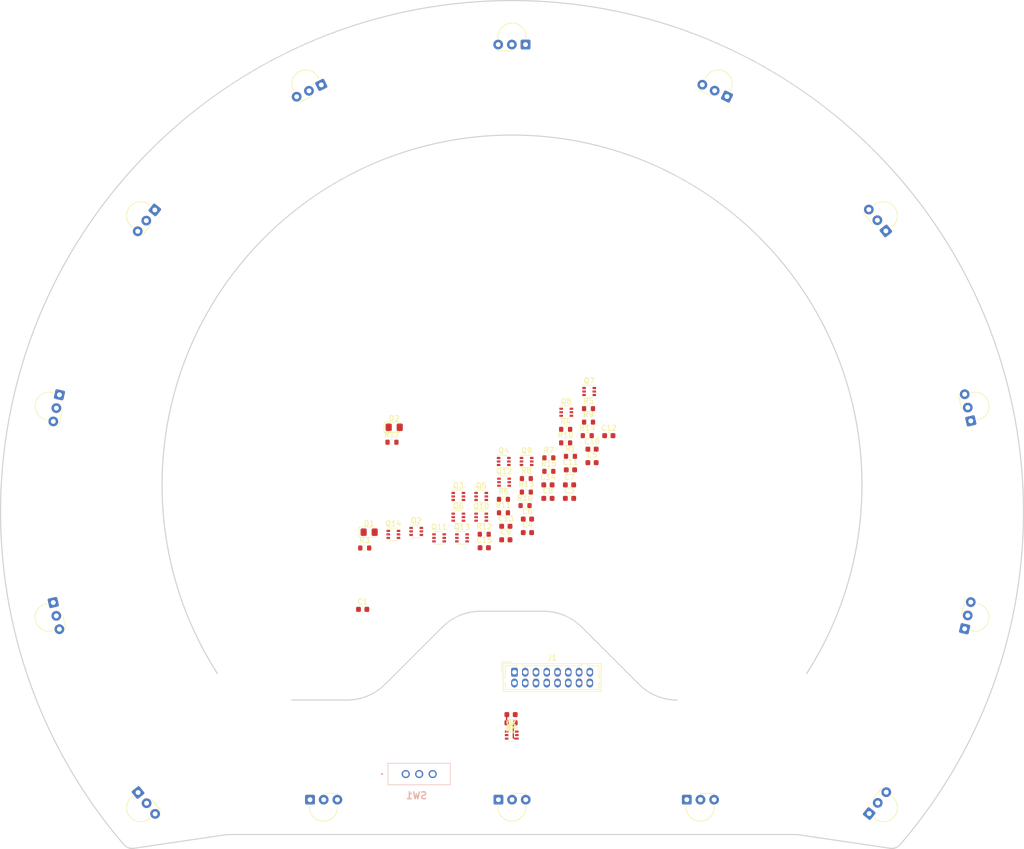
<source format=kicad_pcb>
(kicad_pcb (version 20211014) (generator pcbnew)
  (layers (0 "F.Cu" signal) (31 "B.Cu" signal) (34 "B.Paste" user) (35 "F.Paste" user) (36 "B.SilkS" user "B.Silkscreen") (37 "F.SilkS" user "F.Silkscreen") (38 "B.Mask" user) (39 "F.Mask" user) (44 "Edge.Cuts" user))
  (net 0 "")
  (net 1 "GND")
  (net 2 "+3V3")
  (net 3 "Net-(C2-Pad2)")
  (net 4 "Net-(C3-Pad2)")
  (net 5 "Net-(C4-Pad2)")
  (net 6 "Net-(C5-Pad2)")
  (net 7 "Net-(C6-Pad2)")
  (net 8 "Net-(C7-Pad2)")
  (net 9 "Net-(C8-Pad2)")
  (net 10 "Net-(C9-Pad2)")
  (net 11 "Net-(C10-Pad2)")
  (net 12 "Net-(C11-Pad2)")
  (net 13 "Net-(C12-Pad2)")
  (net 14 "Net-(C13-Pad2)")
  (net 15 "Net-(C14-Pad2)")
  (net 16 "Net-(C15-Pad2)")
  (net 17 "Net-(D1-Pad2)")
  (net 18 "Net-(D2-Pad2)")
  (net 19 "Net-(Q1-Pad3)")
  (net 20 "B")
  (net 21 "A")
  (net 22 "Net-(Q1-Pad4)")
  (net 23 "Net-(Q2-Pad3)")
  (net 24 "Net-(Q2-Pad4)")
  (net 25 "Net-(Q3-Pad3)")
  (net 26 "Net-(Q3-Pad4)")
  (net 27 "Net-(Q4-Pad3)")
  (net 28 "Net-(Q4-Pad4)")
  (net 29 "Net-(Q5-Pad3)")
  (net 30 "Net-(Q5-Pad4)")
  (net 31 "Net-(Q6-Pad3)")
  (net 32 "Net-(Q6-Pad4)")
  (net 33 "Net-(Q7-Pad3)")
  (net 34 "Net-(Q7-Pad4)")
  (net 35 "Net-(Q8-Pad3)")
  (net 36 "Net-(Q8-Pad4)")
  (net 37 "Net-(Q9-Pad3)")
  (net 38 "Net-(Q9-Pad4)")
  (net 39 "Net-(Q10-Pad3)")
  (net 40 "Net-(Q10-Pad4)")
  (net 41 "Net-(Q11-Pad3)")
  (net 42 "Net-(Q11-Pad4)")
  (net 43 "Net-(Q12-Pad3)")
  (net 44 "Net-(Q12-Pad4)")
  (net 45 "Net-(Q13-Pad3)")
  (net 46 "Net-(Q13-Pad4)")
  (net 47 "Net-(Q14-Pad3)")
  (net 48 "Net-(Q14-Pad4)")
  (footprint "Capacitor_SMD:C_0603_1608Metric" (layer "F.Cu") (at 123.698 128.016)
    (fp_text reference "C1" (at 0 -1.43) (layer "F.SilkS"))
    (fp_text value "47n")
    (pad "1" smd roundrect locked (at -0.775 0) (size 0.9 0.95) (layers "F.Cu" "F.Paste" "F.Mask") (net 2 "+3V3"))
    (pad "2" smd roundrect locked (at 0.775 0) (size 0.9 0.95) (layers "F.Cu" "F.Paste" "F.Mask") (net 1 "GND"))
  )
  (footprint "Capacitor_SMD:C_0603_1608Metric" (layer "F.Cu") (at 151.257 147.574 180)
    (fp_text reference "C2" (at 0 -1.43) (layer "F.SilkS"))
    (fp_text value "220n")
    (pad "1" smd roundrect locked (at -0.775 0 180) (size 0.9 0.95) (layers "F.Cu" "F.Paste" "F.Mask") (net 1 "GND"))
    (pad "2" smd roundrect locked (at 0.775 0 180) (size 0.9 0.95) (layers "F.Cu" "F.Paste" "F.Mask") (net 3 "Net-(C2-Pad2)"))
  )
  (footprint "Capacitor_SMD:C_0603_1608Metric" (layer "F.Cu") (at 162.119001 107.391001)
    (fp_text reference "C3" (at 0 -1.43) (layer "F.SilkS"))
    (fp_text value "220n")
    (pad "1" smd roundrect locked (at -0.775 0) (size 0.9 0.95) (layers "F.Cu" "F.Paste" "F.Mask") (net 1 "GND"))
    (pad "2" smd roundrect locked (at 0.775 0) (size 0.9 0.95) (layers "F.Cu" "F.Paste" "F.Mask") (net 4 "Net-(C3-Pad2)"))
  )
  (footprint "Capacitor_SMD:C_0603_1608Metric" (layer "F.Cu") (at 154.299001 113.751001)
    (fp_text reference "C4" (at 0 -1.43) (layer "F.SilkS"))
    (fp_text value "220n")
    (pad "1" smd roundrect locked (at -0.775 0) (size 0.9 0.95) (layers "F.Cu" "F.Paste" "F.Mask") (net 1 "GND"))
    (pad "2" smd roundrect locked (at 0.775 0) (size 0.9 0.95) (layers "F.Cu" "F.Paste" "F.Mask") (net 5 "Net-(C4-Pad2)"))
  )
  (footprint "Capacitor_SMD:C_0603_1608Metric" (layer "F.Cu") (at 166.299001 100.751001)
    (fp_text reference "C5" (at 0 -1.43) (layer "F.SilkS"))
    (fp_text value "220n")
    (pad "1" smd roundrect locked (at -0.775 0) (size 0.9 0.95) (layers "F.Cu" "F.Paste" "F.Mask") (net 1 "GND"))
    (pad "2" smd roundrect locked (at 0.775 0) (size 0.9 0.95) (layers "F.Cu" "F.Paste" "F.Mask") (net 6 "Net-(C5-Pad2)"))
  )
  (footprint "Capacitor_SMD:C_0603_1608Metric" (layer "F.Cu") (at 154.299001 111.241001)
    (fp_text reference "C6" (at 0 -1.43) (layer "F.SilkS"))
    (fp_text value "220n")
    (pad "1" smd roundrect locked (at -0.775 0) (size 0.9 0.95) (layers "F.Cu" "F.Paste" "F.Mask") (net 1 "GND"))
    (pad "2" smd roundrect locked (at 0.775 0) (size 0.9 0.95) (layers "F.Cu" "F.Paste" "F.Mask") (net 7 "Net-(C6-Pad2)"))
  )
  (footprint "Capacitor_SMD:C_0603_1608Metric" (layer "F.Cu") (at 162.119001 104.881001)
    (fp_text reference "C7" (at 0 -1.43) (layer "F.SilkS"))
    (fp_text value "220n")
    (pad "1" smd roundrect locked (at -0.775 0) (size 0.9 0.95) (layers "F.Cu" "F.Paste" "F.Mask") (net 1 "GND"))
    (pad "2" smd roundrect locked (at 0.775 0) (size 0.9 0.95) (layers "F.Cu" "F.Paste" "F.Mask") (net 8 "Net-(C7-Pad2)"))
  )
  (footprint "Capacitor_SMD:C_0603_1608Metric" (layer "F.Cu") (at 158.109001 107.391001)
    (fp_text reference "C8" (at 0 -1.43) (layer "F.SilkS"))
    (fp_text value "220n")
    (pad "1" smd roundrect locked (at -0.775 0) (size 0.9 0.95) (layers "F.Cu" "F.Paste" "F.Mask") (net 1 "GND"))
    (pad "2" smd roundrect locked (at 0.775 0) (size 0.9 0.95) (layers "F.Cu" "F.Paste" "F.Mask") (net 9 "Net-(C8-Pad2)"))
  )
  (footprint "Capacitor_SMD:C_0603_1608Metric" (layer "F.Cu") (at 150.289001 115.091001)
    (fp_text reference "C9" (at 0 -1.43) (layer "F.SilkS"))
    (fp_text value "220n")
    (pad "1" smd roundrect locked (at -0.775 0) (size 0.9 0.95) (layers "F.Cu" "F.Paste" "F.Mask") (net 1 "GND"))
    (pad "2" smd roundrect locked (at 0.775 0) (size 0.9 0.95) (layers "F.Cu" "F.Paste" "F.Mask") (net 10 "Net-(C9-Pad2)"))
  )
  (footprint "Capacitor_SMD:C_0603_1608Metric" (layer "F.Cu") (at 166.299001 98.241001)
    (fp_text reference "C10" (at 0 -1.43) (layer "F.SilkS"))
    (fp_text value "220n")
    (pad "1" smd roundrect locked (at -0.775 0) (size 0.9 0.95) (layers "F.Cu" "F.Paste" "F.Mask") (net 1 "GND"))
    (pad "2" smd roundrect locked (at 0.775 0) (size 0.9 0.95) (layers "F.Cu" "F.Paste" "F.Mask") (net 11 "Net-(C10-Pad2)"))
  )
  (footprint "Capacitor_SMD:C_0603_1608Metric" (layer "F.Cu") (at 162.289001 102.091001)
    (fp_text reference "C11" (at 0 -1.43) (layer "F.SilkS"))
    (fp_text value "220n")
    (pad "1" smd roundrect locked (at -0.775 0) (size 0.9 0.95) (layers "F.Cu" "F.Paste" "F.Mask") (net 1 "GND"))
    (pad "2" smd roundrect locked (at 0.775 0) (size 0.9 0.95) (layers "F.Cu" "F.Paste" "F.Mask") (net 12 "Net-(C11-Pad2)"))
  )
  (footprint "Capacitor_SMD:C_0603_1608Metric" (layer "F.Cu") (at 169.419001 95.731001)
    (fp_text reference "C12" (at 0 -1.43) (layer "F.SilkS"))
    (fp_text value "220n")
    (pad "1" smd roundrect locked (at -0.775 0) (size 0.9 0.95) (layers "F.Cu" "F.Paste" "F.Mask") (net 1 "GND"))
    (pad "2" smd roundrect locked (at 0.775 0) (size 0.9 0.95) (layers "F.Cu" "F.Paste" "F.Mask") (net 13 "Net-(C12-Pad2)"))
  )
  (footprint "Capacitor_SMD:C_0603_1608Metric" (layer "F.Cu") (at 150.289001 112.581001)
    (fp_text reference "C13" (at 0 -1.43) (layer "F.SilkS"))
    (fp_text value "220n")
    (pad "1" smd roundrect locked (at -0.775 0) (size 0.9 0.95) (layers "F.Cu" "F.Paste" "F.Mask") (net 1 "GND"))
    (pad "2" smd roundrect locked (at 0.775 0) (size 0.9 0.95) (layers "F.Cu" "F.Paste" "F.Mask") (net 14 "Net-(C13-Pad2)"))
  )
  (footprint "Capacitor_SMD:C_0603_1608Metric" (layer "F.Cu") (at 158.109001 104.881001)
    (fp_text reference "C14" (at 0 -1.43) (layer "F.SilkS"))
    (fp_text value "220n")
    (pad "1" smd roundrect locked (at -0.775 0) (size 0.9 0.95) (layers "F.Cu" "F.Paste" "F.Mask") (net 1 "GND"))
    (pad "2" smd roundrect locked (at 0.775 0) (size 0.9 0.95) (layers "F.Cu" "F.Paste" "F.Mask") (net 15 "Net-(C14-Pad2)"))
  )
  (footprint "Capacitor_SMD:C_0603_1608Metric" (layer "F.Cu") (at 146.279001 116.571001)
    (fp_text reference "C15" (at 0 -1.43) (layer "F.SilkS"))
    (fp_text value "220n")
    (pad "1" smd roundrect locked (at -0.775 0) (size 0.9 0.95) (layers "F.Cu" "F.Paste" "F.Mask") (net 1 "GND"))
    (pad "2" smd roundrect locked (at 0.775 0) (size 0.9 0.95) (layers "F.Cu" "F.Paste" "F.Mask") (net 16 "Net-(C15-Pad2)"))
  )
  (footprint "LED_SMD:LED_0805_2012Metric_Pad1.15x1.40mm_HandSolder" (layer "F.Cu") (at 124.904001 113.676001)
    (fp_text reference "D1" (at 0 -1.65) (layer "F.SilkS"))
    (fp_text value "B")
    (pad "1" smd roundrect locked (at -1.025 0) (size 1.15 1.4) (layers "F.Cu" "F.Paste" "F.Mask") (roundrect_rratio 0.217391) (net 1 "GND"))
    (pad "2" smd roundrect locked (at 1.025 0) (size 1.15 1.4) (layers "F.Cu" "F.Paste" "F.Mask") (roundrect_rratio 0.217391) (net 17 "Net-(D1-Pad2)"))
  )
  (footprint "LED_SMD:LED_0805_2012Metric_Pad1.15x1.40mm_HandSolder" (layer "F.Cu") (at 129.554001 94.176001)
    (fp_text reference "D2" (at 0 -1.65) (layer "F.SilkS"))
    (fp_text value "A")
    (pad "1" smd roundrect locked (at -1.025 0) (size 1.15 1.4) (layers "F.Cu" "F.Paste" "F.Mask") (roundrect_rratio 0.217391) (net 1 "GND"))
    (pad "2" smd roundrect locked (at 1.025 0) (size 1.15 1.4) (layers "F.Cu" "F.Paste" "F.Mask") (roundrect_rratio 0.217391) (net 18 "Net-(D2-Pad2)"))
  )
  (footprint "Connector_Hirose:Hirose_DF11-16DP-2DSA_2x08_P2.00mm_Vertical" (layer "F.Cu") (at 151.892 139.7)
    (fp_text reference "J1" (at 7 -2.7) (layer "F.SilkS"))
    (fp_text value "Conn_02x08_Top_Bottom")
    (pad "1" thru_hole roundrect locked (at 0 0) (size 1.2 1.65) (drill 0.85) (layers *.Cu *.Mask) (roundrect_rratio 0.208333) (net 1 "GND"))
    (pad "2" thru_hole oval locked (at 0 2) (size 1.2 1.65) (drill 0.85) (layers *.Cu *.Mask) (net 3 "Net-(C2-Pad2)"))
    (pad "3" thru_hole oval locked (at 2 0) (size 1.2 1.65) (drill 0.85) (layers *.Cu *.Mask) (net 5 "Net-(C4-Pad2)"))
    (pad "4" thru_hole oval locked (at 2 2) (size 1.2 1.65) (drill 0.85) (layers *.Cu *.Mask) (net 7 "Net-(C6-Pad2)"))
    (pad "5" thru_hole oval locked (at 4 0) (size 1.2 1.65) (drill 0.85) (layers *.Cu *.Mask) (net 9 "Net-(C8-Pad2)"))
    (pad "6" thru_hole oval locked (at 4 2) (size 1.2 1.65) (drill 0.85) (layers *.Cu *.Mask) (net 12 "Net-(C11-Pad2)"))
    (pad "7" thru_hole oval locked (at 6 0) (size 1.2 1.65) (drill 0.85) (layers *.Cu *.Mask) (net 13 "Net-(C12-Pad2)"))
    (pad "8" thru_hole oval locked (at 6 2) (size 1.2 1.65) (drill 0.85) (layers *.Cu *.Mask) (net 15 "Net-(C14-Pad2)"))
    (pad "9" thru_hole oval locked (at 8 0) (size 1.2 1.65) (drill 0.85) (layers *.Cu *.Mask) (net 2 "+3V3"))
    (pad "10" thru_hole oval locked (at 8 2) (size 1.2 1.65) (drill 0.85) (layers *.Cu *.Mask) (net 4 "Net-(C3-Pad2)"))
    (pad "11" thru_hole oval locked (at 10 0) (size 1.2 1.65) (drill 0.85) (layers *.Cu *.Mask) (net 6 "Net-(C5-Pad2)"))
    (pad "12" thru_hole oval locked (at 10 2) (size 1.2 1.65) (drill 0.85) (layers *.Cu *.Mask) (net 8 "Net-(C7-Pad2)"))
    (pad "13" thru_hole oval locked (at 12 0) (size 1.2 1.65) (drill 0.85) (layers *.Cu *.Mask) (net 10 "Net-(C9-Pad2)"))
    (pad "14" thru_hole oval locked (at 12 2) (size 1.2 1.65) (drill 0.85) (layers *.Cu *.Mask) (net 11 "Net-(C10-Pad2)"))
    (pad "15" thru_hole oval locked (at 14 0) (size 1.2 1.65) (drill 0.85) (layers *.Cu *.Mask) (net 14 "Net-(C13-Pad2)"))
    (pad "16" thru_hole oval locked (at 14 2) (size 1.2 1.65) (drill 0.85) (layers *.Cu *.Mask) (net 16 "Net-(C15-Pad2)"))
  )
  (footprint "Package_TO_SOT_SMD:SOT-363_SC-70-6" (layer "F.Cu") (at 151.384 151.384)
    (fp_text reference "Q1" (at 0 -2) (layer "F.SilkS"))
    (fp_text value "FDG6335N")
    (pad "1" smd rect locked (at -0.95 -0.65) (size 0.65 0.4) (layers "F.Cu" "F.Paste" "F.Mask") (net 3 "Net-(C2-Pad2)"))
    (pad "2" smd rect locked (at -0.95 0) (size 0.65 0.4) (layers "F.Cu" "F.Paste" "F.Mask") (net 21 "A"))
    (pad "3" smd rect locked (at -0.95 0.65) (size 0.65 0.4) (layers "F.Cu" "F.Paste" "F.Mask") (net 19 "Net-(Q1-Pad3)"))
    (pad "4" smd rect locked (at 0.95 0.65) (size 0.65 0.4) (layers "F.Cu" "F.Paste" "F.Mask") (net 22 "Net-(Q1-Pad4)"))
    (pad "5" smd rect locked (at 0.95 0) (size 0.65 0.4) (layers "F.Cu" "F.Paste" "F.Mask") (net 20 "B"))
    (pad "6" smd rect locked (at 0.95 -0.65) (size 0.65 0.4) (layers "F.Cu" "F.Paste" "F.Mask") (net 19 "Net-(Q1-Pad3)"))
  )
  (footprint "Package_TO_SOT_SMD:SOT-363_SC-70-6" (layer "F.Cu") (at 133.649001 113.531001)
    (fp_text reference "Q2" (at 0 -2) (layer "F.SilkS"))
    (fp_text value "FDG6335N")
    (pad "1" smd rect locked (at -0.95 -0.65) (size 0.65 0.4) (layers "F.Cu" "F.Paste" "F.Mask") (net 5 "Net-(C4-Pad2)"))
    (pad "2" smd rect locked (at -0.95 0) (size 0.65 0.4) (layers "F.Cu" "F.Paste" "F.Mask") (net 21 "A"))
    (pad "3" smd rect locked (at -0.95 0.65) (size 0.65 0.4) (layers "F.Cu" "F.Paste" "F.Mask") (net 23 "Net-(Q2-Pad3)"))
    (pad "4" smd rect locked (at 0.95 0.65) (size 0.65 0.4) (layers "F.Cu" "F.Paste" "F.Mask") (net 24 "Net-(Q2-Pad4)"))
    (pad "5" smd rect locked (at 0.95 0) (size 0.65 0.4) (layers "F.Cu" "F.Paste" "F.Mask") (net 20 "B"))
    (pad "6" smd rect locked (at 0.95 -0.65) (size 0.65 0.4) (layers "F.Cu" "F.Paste" "F.Mask") (net 23 "Net-(Q2-Pad3)"))
  )
  (footprint "Package_TO_SOT_SMD:SOT-363_SC-70-6" (layer "F.Cu") (at 141.469001 107.031001)
    (fp_text reference "Q3" (at 0 -2) (layer "F.SilkS"))
    (fp_text value "FDG6335N")
    (pad "1" smd rect locked (at -0.95 -0.65) (size 0.65 0.4) (layers "F.Cu" "F.Paste" "F.Mask") (net 7 "Net-(C6-Pad2)"))
    (pad "2" smd rect locked (at -0.95 0) (size 0.65 0.4) (layers "F.Cu" "F.Paste" "F.Mask") (net 21 "A"))
    (pad "3" smd rect locked (at -0.95 0.65) (size 0.65 0.4) (layers "F.Cu" "F.Paste" "F.Mask") (net 25 "Net-(Q3-Pad3)"))
    (pad "4" smd rect locked (at 0.95 0.65) (size 0.65 0.4) (layers "F.Cu" "F.Paste" "F.Mask") (net 26 "Net-(Q3-Pad4)"))
    (pad "5" smd rect locked (at 0.95 0) (size 0.65 0.4) (layers "F.Cu" "F.Paste" "F.Mask") (net 20 "B"))
    (pad "6" smd rect locked (at 0.95 -0.65) (size 0.65 0.4) (layers "F.Cu" "F.Paste" "F.Mask") (net 25 "Net-(Q3-Pad3)"))
  )
  (footprint "Package_TO_SOT_SMD:SOT-363_SC-70-6" (layer "F.Cu") (at 149.899001 100.531001)
    (fp_text reference "Q4" (at 0 -2) (layer "F.SilkS"))
    (fp_text value "FDG6335N")
    (pad "1" smd rect locked (at -0.95 -0.65) (size 0.65 0.4) (layers "F.Cu" "F.Paste" "F.Mask") (net 9 "Net-(C8-Pad2)"))
    (pad "2" smd rect locked (at -0.95 0) (size 0.65 0.4) (layers "F.Cu" "F.Paste" "F.Mask") (net 21 "A"))
    (pad "3" smd rect locked (at -0.95 0.65) (size 0.65 0.4) (layers "F.Cu" "F.Paste" "F.Mask") (net 27 "Net-(Q4-Pad3)"))
    (pad "4" smd rect locked (at 0.95 0.65) (size 0.65 0.4) (layers "F.Cu" "F.Paste" "F.Mask") (net 28 "Net-(Q4-Pad4)"))
    (pad "5" smd rect locked (at 0.95 0) (size 0.65 0.4) (layers "F.Cu" "F.Paste" "F.Mask") (net 20 "B"))
    (pad "6" smd rect locked (at 0.95 -0.65) (size 0.65 0.4) (layers "F.Cu" "F.Paste" "F.Mask") (net 27 "Net-(Q4-Pad3)"))
  )
  (footprint "Package_TO_SOT_SMD:SOT-363_SC-70-6" (layer "F.Cu") (at 145.719001 107.031001)
    (fp_text reference "Q5" (at 0 -2) (layer "F.SilkS"))
    (fp_text value "FDG6335N")
    (pad "1" smd rect locked (at -0.95 -0.65) (size 0.65 0.4) (layers "F.Cu" "F.Paste" "F.Mask") (net 12 "Net-(C11-Pad2)"))
    (pad "2" smd rect locked (at -0.95 0) (size 0.65 0.4) (layers "F.Cu" "F.Paste" "F.Mask") (net 21 "A"))
    (pad "3" smd rect locked (at -0.95 0.65) (size 0.65 0.4) (layers "F.Cu" "F.Paste" "F.Mask") (net 29 "Net-(Q5-Pad3)"))
    (pad "4" smd rect locked (at 0.95 0.65) (size 0.65 0.4) (layers "F.Cu" "F.Paste" "F.Mask") (net 30 "Net-(Q5-Pad4)"))
    (pad "5" smd rect locked (at 0.95 0) (size 0.65 0.4) (layers "F.Cu" "F.Paste" "F.Mask") (net 20 "B"))
    (pad "6" smd rect locked (at 0.95 -0.65) (size 0.65 0.4) (layers "F.Cu" "F.Paste" "F.Mask") (net 29 "Net-(Q5-Pad3)"))
  )
  (footprint "Package_TO_SOT_SMD:SOT-363_SC-70-6" (layer "F.Cu") (at 141.469001 110.881001)
    (fp_text reference "Q6" (at 0 -2) (layer "F.SilkS"))
    (fp_text value "FDG6335N")
    (pad "1" smd rect locked (at -0.95 -0.65) (size 0.65 0.4) (layers "F.Cu" "F.Paste" "F.Mask") (net 13 "Net-(C12-Pad2)"))
    (pad "2" smd rect locked (at -0.95 0) (size 0.65 0.4) (layers "F.Cu" "F.Paste" "F.Mask") (net 21 "A"))
    (pad "3" smd rect locked (at -0.95 0.65) (size 0.65 0.4) (layers "F.Cu" "F.Paste" "F.Mask") (net 31 "Net-(Q6-Pad3)"))
    (pad "4" smd rect locked (at 0.95 0.65) (size 0.65 0.4) (layers "F.Cu" "F.Paste" "F.Mask") (net 32 "Net-(Q6-Pad4)"))
    (pad "5" smd rect locked (at 0.95 0) (size 0.65 0.4) (layers "F.Cu" "F.Paste" "F.Mask") (net 20 "B"))
    (pad "6" smd rect locked (at 0.95 -0.65) (size 0.65 0.4) (layers "F.Cu" "F.Paste" "F.Mask") (net 31 "Net-(Q6-Pad3)"))
  )
  (footprint "Package_TO_SOT_SMD:SOT-363_SC-70-6" (layer "F.Cu") (at 165.769001 87.531001)
    (fp_text reference "Q7" (at 0 -2) (layer "F.SilkS"))
    (fp_text value "FDG6335N")
    (pad "1" smd rect locked (at -0.95 -0.65) (size 0.65 0.4) (layers "F.Cu" "F.Paste" "F.Mask") (net 15 "Net-(C14-Pad2)"))
    (pad "2" smd rect locked (at -0.95 0) (size 0.65 0.4) (layers "F.Cu" "F.Paste" "F.Mask") (net 21 "A"))
    (pad "3" smd rect locked (at -0.95 0.65) (size 0.65 0.4) (layers "F.Cu" "F.Paste" "F.Mask") (net 33 "Net-(Q7-Pad3)"))
    (pad "4" smd rect locked (at 0.95 0.65) (size 0.65 0.4) (layers "F.Cu" "F.Paste" "F.Mask") (net 34 "Net-(Q7-Pad4)"))
    (pad "5" smd rect locked (at 0.95 0) (size 0.65 0.4) (layers "F.Cu" "F.Paste" "F.Mask") (net 20 "B"))
    (pad "6" smd rect locked (at 0.95 -0.65) (size 0.65 0.4) (layers "F.Cu" "F.Paste" "F.Mask") (net 33 "Net-(Q7-Pad3)"))
  )
  (footprint "Package_TO_SOT_SMD:SOT-363_SC-70-6" (layer "F.Cu") (at 161.519001 91.381001)
    (fp_text reference "Q8" (at 0 -2) (layer "F.SilkS"))
    (fp_text value "FDG6335N")
    (pad "1" smd rect locked (at -0.95 -0.65) (size 0.65 0.4) (layers "F.Cu" "F.Paste" "F.Mask") (net 4 "Net-(C3-Pad2)"))
    (pad "2" smd rect locked (at -0.95 0) (size 0.65 0.4) (layers "F.Cu" "F.Paste" "F.Mask") (net 21 "A"))
    (pad "3" smd rect locked (at -0.95 0.65) (size 0.65 0.4) (layers "F.Cu" "F.Paste" "F.Mask") (net 35 "Net-(Q8-Pad3)"))
    (pad "4" smd rect locked (at 0.95 0.65) (size 0.65 0.4) (layers "F.Cu" "F.Paste" "F.Mask") (net 36 "Net-(Q8-Pad4)"))
    (pad "5" smd rect locked (at 0.95 0) (size 0.65 0.4) (layers "F.Cu" "F.Paste" "F.Mask") (net 20 "B"))
    (pad "6" smd rect locked (at 0.95 -0.65) (size 0.65 0.4) (layers "F.Cu" "F.Paste" "F.Mask") (net 35 "Net-(Q8-Pad3)"))
  )
  (footprint "Package_TO_SOT_SMD:SOT-363_SC-70-6" (layer "F.Cu") (at 154.149001 100.531001)
    (fp_text reference "Q9" (at 0 -2) (layer "F.SilkS"))
    (fp_text value "FDG6335N")
    (pad "1" smd rect locked (at -0.95 -0.65) (size 0.65 0.4) (layers "F.Cu" "F.Paste" "F.Mask") (net 6 "Net-(C5-Pad2)"))
    (pad "2" smd rect locked (at -0.95 0) (size 0.65 0.4) (layers "F.Cu" "F.Paste" "F.Mask") (net 21 "A"))
    (pad "3" smd rect locked (at -0.95 0.65) (size 0.65 0.4) (layers "F.Cu" "F.Paste" "F.Mask") (net 37 "Net-(Q9-Pad3)"))
    (pad "4" smd rect locked (at 0.95 0.65) (size 0.65 0.4) (layers "F.Cu" "F.Paste" "F.Mask") (net 38 "Net-(Q9-Pad4)"))
    (pad "5" smd rect locked (at 0.95 0) (size 0.65 0.4) (layers "F.Cu" "F.Paste" "F.Mask") (net 20 "B"))
    (pad "6" smd rect locked (at 0.95 -0.65) (size 0.65 0.4) (layers "F.Cu" "F.Paste" "F.Mask") (net 37 "Net-(Q9-Pad3)"))
  )
  (footprint "Package_TO_SOT_SMD:SOT-363_SC-70-6" (layer "F.Cu") (at 145.719001 110.881001)
    (fp_text reference "Q10" (at 0 -2) (layer "F.SilkS"))
    (fp_text value "FDG6335N")
    (pad "1" smd rect locked (at -0.95 -0.65) (size 0.65 0.4) (layers "F.Cu" "F.Paste" "F.Mask") (net 8 "Net-(C7-Pad2)"))
    (pad "2" smd rect locked (at -0.95 0) (size 0.65 0.4) (layers "F.Cu" "F.Paste" "F.Mask") (net 21 "A"))
    (pad "3" smd rect locked (at -0.95 0.65) (size 0.65 0.4) (layers "F.Cu" "F.Paste" "F.Mask") (net 39 "Net-(Q10-Pad3)"))
    (pad "4" smd rect locked (at 0.95 0.65) (size 0.65 0.4) (layers "F.Cu" "F.Paste" "F.Mask") (net 40 "Net-(Q10-Pad4)"))
    (pad "5" smd rect locked (at 0.95 0) (size 0.65 0.4) (layers "F.Cu" "F.Paste" "F.Mask") (net 20 "B"))
    (pad "6" smd rect locked (at 0.95 -0.65) (size 0.65 0.4) (layers "F.Cu" "F.Paste" "F.Mask") (net 39 "Net-(Q10-Pad3)"))
  )
  (footprint "Package_TO_SOT_SMD:SOT-363_SC-70-6" (layer "F.Cu") (at 137.899001 114.731001)
    (fp_text reference "Q11" (at 0 -2) (layer "F.SilkS"))
    (fp_text value "FDG6335N")
    (pad "1" smd rect locked (at -0.95 -0.65) (size 0.65 0.4) (layers "F.Cu" "F.Paste" "F.Mask") (net 10 "Net-(C9-Pad2)"))
    (pad "2" smd rect locked (at -0.95 0) (size 0.65 0.4) (layers "F.Cu" "F.Paste" "F.Mask") (net 21 "A"))
    (pad "3" smd rect locked (at -0.95 0.65) (size 0.65 0.4) (layers "F.Cu" "F.Paste" "F.Mask") (net 41 "Net-(Q11-Pad3)"))
    (pad "4" smd rect locked (at 0.95 0.65) (size 0.65 0.4) (layers "F.Cu" "F.Paste" "F.Mask") (net 42 "Net-(Q11-Pad4)"))
    (pad "5" smd rect locked (at 0.95 0) (size 0.65 0.4) (layers "F.Cu" "F.Paste" "F.Mask") (net 20 "B"))
    (pad "6" smd rect locked (at 0.95 -0.65) (size 0.65 0.4) (layers "F.Cu" "F.Paste" "F.Mask") (net 41 "Net-(Q11-Pad3)"))
  )
  (footprint "Package_TO_SOT_SMD:SOT-363_SC-70-6" (layer "F.Cu") (at 149.969001 104.381001)
    (fp_text reference "Q12" (at 0 -2) (layer "F.SilkS"))
    (fp_text value "FDG6335N")
    (pad "1" smd rect locked (at -0.95 -0.65) (size 0.65 0.4) (layers "F.Cu" "F.Paste" "F.Mask") (net 11 "Net-(C10-Pad2)"))
    (pad "2" smd rect locked (at -0.95 0) (size 0.65 0.4) (layers "F.Cu" "F.Paste" "F.Mask") (net 21 "A"))
    (pad "3" smd rect locked (at -0.95 0.65) (size 0.65 0.4) (layers "F.Cu" "F.Paste" "F.Mask") (net 43 "Net-(Q12-Pad3)"))
    (pad "4" smd rect locked (at 0.95 0.65) (size 0.65 0.4) (layers "F.Cu" "F.Paste" "F.Mask") (net 44 "Net-(Q12-Pad4)"))
    (pad "5" smd rect locked (at 0.95 0) (size 0.65 0.4) (layers "F.Cu" "F.Paste" "F.Mask") (net 20 "B"))
    (pad "6" smd rect locked (at 0.95 -0.65) (size 0.65 0.4) (layers "F.Cu" "F.Paste" "F.Mask") (net 43 "Net-(Q12-Pad3)"))
  )
  (footprint "Package_TO_SOT_SMD:SOT-363_SC-70-6" (layer "F.Cu") (at 142.149001 114.731001)
    (fp_text reference "Q13" (at 0 -2) (layer "F.SilkS"))
    (fp_text value "FDG6335N")
    (pad "1" smd rect locked (at -0.95 -0.65) (size 0.65 0.4) (layers "F.Cu" "F.Paste" "F.Mask") (net 14 "Net-(C13-Pad2)"))
    (pad "2" smd rect locked (at -0.95 0) (size 0.65 0.4) (layers "F.Cu" "F.Paste" "F.Mask") (net 21 "A"))
    (pad "3" smd rect locked (at -0.95 0.65) (size 0.65 0.4) (layers "F.Cu" "F.Paste" "F.Mask") (net 45 "Net-(Q13-Pad3)"))
    (pad "4" smd rect locked (at 0.95 0.65) (size 0.65 0.4) (layers "F.Cu" "F.Paste" "F.Mask") (net 46 "Net-(Q13-Pad4)"))
    (pad "5" smd rect locked (at 0.95 0) (size 0.65 0.4) (layers "F.Cu" "F.Paste" "F.Mask") (net 20 "B"))
    (pad "6" smd rect locked (at 0.95 -0.65) (size 0.65 0.4) (layers "F.Cu" "F.Paste" "F.Mask") (net 45 "Net-(Q13-Pad3)"))
  )
  (footprint "Package_TO_SOT_SMD:SOT-363_SC-70-6" (layer "F.Cu") (at 129.399001 114.081001)
    (fp_text reference "Q14" (at 0 -2) (layer "F.SilkS"))
    (fp_text value "FDG6335N")
    (pad "1" smd rect locked (at -0.95 -0.65) (size 0.65 0.4) (layers "F.Cu" "F.Paste" "F.Mask") (net 16 "Net-(C15-Pad2)"))
    (pad "2" smd rect locked (at -0.95 0) (size 0.65 0.4) (layers "F.Cu" "F.Paste" "F.Mask") (net 21 "A"))
    (pad "3" smd rect locked (at -0.95 0.65) (size 0.65 0.4) (layers "F.Cu" "F.Paste" "F.Mask") (net 47 "Net-(Q14-Pad3)"))
    (pad "4" smd rect locked (at 0.95 0.65) (size 0.65 0.4) (layers "F.Cu" "F.Paste" "F.Mask") (net 48 "Net-(Q14-Pad4)"))
    (pad "5" smd rect locked (at 0.95 0) (size 0.65 0.4) (layers "F.Cu" "F.Paste" "F.Mask") (net 20 "B"))
    (pad "6" smd rect locked (at 0.95 -0.65) (size 0.65 0.4) (layers "F.Cu" "F.Paste" "F.Mask") (net 47 "Net-(Q14-Pad3)"))
  )
  (footprint "Resistor_SMD:R_0603_1608Metric" (layer "F.Cu") (at 162.289001 99.581001)
    (fp_text reference "R1" (at 0 -1.43) (layer "F.SilkS"))
    (fp_text value "10k")
    (pad "1" smd roundrect locked (at -0.825 0) (size 0.8 0.95) (layers "F.Cu" "F.Paste" "F.Mask") (net 36 "Net-(Q8-Pad4)"))
    (pad "2" smd roundrect locked (at 0.825 0) (size 0.8 0.95) (layers "F.Cu" "F.Paste" "F.Mask") (net 4 "Net-(C3-Pad2)"))
  )
  (footprint "Resistor_SMD:R_0603_1608Metric" (layer "F.Cu") (at 151.257 149.098 180)
    (fp_text reference "R2" (at 0 -1.43) (layer "F.SilkS"))
    (fp_text value "10k")
    (pad "1" smd roundrect locked (at -0.825 0 180) (size 0.8 0.95) (layers "F.Cu" "F.Paste" "F.Mask") (net 22 "Net-(Q1-Pad4)"))
    (pad "2" smd roundrect locked (at 0.825 0 180) (size 0.8 0.95) (layers "F.Cu" "F.Paste" "F.Mask") (net 3 "Net-(C2-Pad2)"))
  )
  (footprint "Resistor_SMD:R_0603_1608Metric" (layer "F.Cu") (at 124.079001 116.611001)
    (fp_text reference "R3" (at 0 -1.43) (layer "F.SilkS"))
    (fp_text value "10k")
    (pad "1" smd roundrect locked (at -0.825 0) (size 0.8 0.95) (layers "F.Cu" "F.Paste" "F.Mask") (net 38 "Net-(Q9-Pad4)"))
    (pad "2" smd roundrect locked (at 0.825 0) (size 0.8 0.95) (layers "F.Cu" "F.Paste" "F.Mask") (net 6 "Net-(C5-Pad2)"))
  )
  (footprint "Resistor_SMD:R_0603_1608Metric" (layer "F.Cu") (at 161.399001 94.561001)
    (fp_text reference "R4" (at 0 -1.43) (layer "F.SilkS"))
    (fp_text value "10k")
    (pad "1" smd roundrect locked (at -0.825 0) (size 0.8 0.95) (layers "F.Cu" "F.Paste" "F.Mask") (net 24 "Net-(Q2-Pad4)"))
    (pad "2" smd roundrect locked (at 0.825 0) (size 0.8 0.95) (layers "F.Cu" "F.Paste" "F.Mask") (net 5 "Net-(C4-Pad2)"))
  )
  (footprint "Resistor_SMD:R_0603_1608Metric" (layer "F.Cu") (at 165.649001 90.711001)
    (fp_text reference "R5" (at 0 -1.43) (layer "F.SilkS"))
    (fp_text value "10k")
    (pad "1" smd roundrect locked (at -0.825 0) (size 0.8 0.95) (layers "F.Cu" "F.Paste" "F.Mask") (net 40 "Net-(Q10-Pad4)"))
    (pad "2" smd roundrect locked (at 0.825 0) (size 0.8 0.95) (layers "F.Cu" "F.Paste" "F.Mask") (net 8 "Net-(C7-Pad2)"))
  )
  (footprint "Resistor_SMD:R_0603_1608Metric" (layer "F.Cu") (at 149.849001 107.561001)
    (fp_text reference "R6" (at 0 -1.43) (layer "F.SilkS"))
    (fp_text value "10k")
    (pad "1" smd roundrect locked (at -0.825 0) (size 0.8 0.95) (layers "F.Cu" "F.Paste" "F.Mask") (net 26 "Net-(Q3-Pad4)"))
    (pad "2" smd roundrect locked (at 0.825 0) (size 0.8 0.95) (layers "F.Cu" "F.Paste" "F.Mask") (net 7 "Net-(C6-Pad2)"))
  )
  (footprint "Resistor_SMD:R_0603_1608Metric" (layer "F.Cu") (at 158.279001 99.861001)
    (fp_text reference "R7" (at 0 -1.43) (layer "F.SilkS"))
    (fp_text value "10k")
    (pad "1" smd roundrect locked (at -0.825 0) (size 0.8 0.95) (layers "F.Cu" "F.Paste" "F.Mask") (net 42 "Net-(Q11-Pad4)"))
    (pad "2" smd roundrect locked (at 0.825 0) (size 0.8 0.95) (layers "F.Cu" "F.Paste" "F.Mask") (net 10 "Net-(C9-Pad2)"))
  )
  (footprint "Resistor_SMD:R_0603_1608Metric" (layer "F.Cu") (at 154.099001 103.711001)
    (fp_text reference "R8" (at 0 -1.43) (layer "F.SilkS"))
    (fp_text value "10k")
    (pad "1" smd roundrect locked (at -0.825 0) (size 0.8 0.95) (layers "F.Cu" "F.Paste" "F.Mask") (net 28 "Net-(Q4-Pad4)"))
    (pad "2" smd roundrect locked (at 0.825 0) (size 0.8 0.95) (layers "F.Cu" "F.Paste" "F.Mask") (net 9 "Net-(C8-Pad2)"))
  )
  (footprint "Resistor_SMD:R_0603_1608Metric" (layer "F.Cu") (at 165.649001 93.221001)
    (fp_text reference "R9" (at 0 -1.43) (layer "F.SilkS"))
    (fp_text value "10k")
    (pad "1" smd roundrect locked (at -0.825 0) (size 0.8 0.95) (layers "F.Cu" "F.Paste" "F.Mask") (net 1 "GND"))
    (pad "2" smd roundrect locked (at 0.825 0) (size 0.8 0.95) (layers "F.Cu" "F.Paste" "F.Mask") (net 2 "+3V3"))
  )
  (footprint "Resistor_SMD:R_0603_1608Metric" (layer "F.Cu") (at 161.399001 97.071001)
    (fp_text reference "R10" (at 0 -1.43) (layer "F.SilkS"))
    (fp_text value "10k")
    (pad "1" smd roundrect locked (at -0.825 0) (size 0.8 0.95) (layers "F.Cu" "F.Paste" "F.Mask") (net 44 "Net-(Q12-Pad4)"))
    (pad "2" smd roundrect locked (at 0.825 0) (size 0.8 0.95) (layers "F.Cu" "F.Paste" "F.Mask") (net 11 "Net-(C10-Pad2)"))
  )
  (footprint "Resistor_SMD:R_0603_1608Metric" (layer "F.Cu") (at 149.849001 110.071001)
    (fp_text reference "R11" (at 0 -1.43) (layer "F.SilkS"))
    (fp_text value "10k")
    (pad "1" smd roundrect locked (at -0.825 0) (size 0.8 0.95) (layers "F.Cu" "F.Paste" "F.Mask") (net 30 "Net-(Q5-Pad4)"))
    (pad "2" smd roundrect locked (at 0.825 0) (size 0.8 0.95) (layers "F.Cu" "F.Paste" "F.Mask") (net 12 "Net-(C11-Pad2)"))
  )
  (footprint "Resistor_SMD:R_0603_1608Metric" (layer "F.Cu") (at 146.279001 114.061001)
    (fp_text reference "R12" (at 0 -1.43) (layer "F.SilkS"))
    (fp_text value "10k")
    (pad "1" smd roundrect locked (at -0.825 0) (size 0.8 0.95) (layers "F.Cu" "F.Paste" "F.Mask") (net 17 "Net-(D1-Pad2)"))
    (pad "2" smd roundrect locked (at 0.825 0) (size 0.8 0.95) (layers "F.Cu" "F.Paste" "F.Mask") (net 20 "B"))
  )
  (footprint "Resistor_SMD:R_0603_1608Metric" (layer "F.Cu") (at 154.099001 106.221001)
    (fp_text reference "R13" (at 0 -1.43) (layer "F.SilkS"))
    (fp_text value "10k")
    (pad "1" smd roundrect locked (at -0.825 0) (size 0.8 0.95) (layers "F.Cu" "F.Paste" "F.Mask") (net 18 "Net-(D2-Pad2)"))
    (pad "2" smd roundrect locked (at 0.825 0) (size 0.8 0.95) (layers "F.Cu" "F.Paste" "F.Mask") (net 21 "A"))
  )
  (footprint "Resistor_SMD:R_0603_1608Metric" (layer "F.Cu") (at 165.409001 95.731001)
    (fp_text reference "R14" (at 0 -1.43) (layer "F.SilkS"))
    (fp_text value "10k")
    (pad "1" smd roundrect locked (at -0.825 0) (size 0.8 0.95) (layers "F.Cu" "F.Paste" "F.Mask") (net 46 "Net-(Q13-Pad4)"))
    (pad "2" smd roundrect locked (at 0.825 0) (size 0.8 0.95) (layers "F.Cu" "F.Paste" "F.Mask") (net 14 "Net-(C13-Pad2)"))
  )
  (footprint "Resistor_SMD:R_0603_1608Metric" (layer "F.Cu") (at 158.279001 102.371001)
    (fp_text reference "R15" (at 0 -1.43) (layer "F.SilkS"))
    (fp_text value "10k")
    (pad "1" smd roundrect locked (at -0.825 0) (size 0.8 0.95) (layers "F.Cu" "F.Paste" "F.Mask") (net 32 "Net-(Q6-Pad4)"))
    (pad "2" smd roundrect locked (at 0.825 0) (size 0.8 0.95) (layers "F.Cu" "F.Paste" "F.Mask") (net 13 "Net-(C12-Pad2)"))
  )
  (footprint "Resistor_SMD:R_0603_1608Metric" (layer "F.Cu") (at 153.859001 108.731001)
    (fp_text reference "R16" (at 0 -1.43) (layer "F.SilkS"))
    (fp_text value "10k")
    (pad "1" smd roundrect locked (at -0.825 0) (size 0.8 0.95) (layers "F.Cu" "F.Paste" "F.Mask") (net 48 "Net-(Q14-Pad4)"))
    (pad "2" smd roundrect locked (at 0.825 0) (size 0.8 0.95) (layers "F.Cu" "F.Paste" "F.Mask") (net 16 "Net-(C15-Pad2)"))
  )
  (footprint "Resistor_SMD:R_0603_1608Metric" (layer "F.Cu") (at 129.139001 96.951001)
    (fp_text reference "R17" (at 0 -1.43) (layer "F.SilkS"))
    (fp_text value "10k")
    (pad "1" smd roundrect locked (at -0.825 0) (size 0.8 0.95) (layers "F.Cu" "F.Paste" "F.Mask") (net 34 "Net-(Q7-Pad4)"))
    (pad "2" smd roundrect locked (at 0.825 0) (size 0.8 0.95) (layers "F.Cu" "F.Paste" "F.Mask") (net 15 "Net-(C14-Pad2)"))
  )
  (footprint "OptoDevice:Vishay_MINIMOLD-3Pin" (layer "F.Cu") (at 66.2305 126.746 -77.1)
    (fp_text reference "U4" hide)
    (fp_text value "TSSP58038")
    (pad "1" thru_hole roundrect locked (at 0 0 282.9) (size 1.8 1.8) (drill 0.9) (layers *.Cu *.Mask) (roundrect_rratio 0.139) (net 27 "Net-(Q4-Pad3)"))
    (pad "2" thru_hole circle locked (at 2.54 0 282.9) (size 1.8 1.8) (drill 0.9) (layers *.Cu *.Mask) (net 1 "GND"))
    (pad "3" thru_hole circle locked (at 5.08 0 282.9) (size 1.8 1.8) (drill 0.9) (layers *.Cu *.Mask) (net 2 "+3V3"))
  )
  (footprint "OptoDevice:Vishay_MINIMOLD-3Pin" (layer "F.Cu") (at 67.3735 88.138 -102.9)
    (fp_text reference "U5" hide)
    (fp_text value "TSSP58038")
    (pad "1" thru_hole roundrect locked (at 0 0 257.1) (size 1.8 1.8) (drill 0.9) (layers *.Cu *.Mask) (roundrect_rratio 0.139) (net 29 "Net-(Q5-Pad3)"))
    (pad "2" thru_hole circle locked (at 2.54 0 257.1) (size 1.8 1.8) (drill 0.9) (layers *.Cu *.Mask) (net 1 "GND"))
    (pad "3" thru_hole circle locked (at 5.08 0 257.1) (size 1.8 1.8) (drill 0.9) (layers *.Cu *.Mask) (net 2 "+3V3"))
  )
  (footprint "OptoDevice:Vishay_MINIMOLD-3Pin" (layer "F.Cu") (at 85.09 53.7845 -128.6)
    (fp_text reference "U6" hide)
    (fp_text value "TSSP58038")
    (pad "1" thru_hole roundrect locked (at 0 0 231.4) (size 1.8 1.8) (drill 0.9) (layers *.Cu *.Mask) (roundrect_rratio 0.139) (net 31 "Net-(Q6-Pad3)"))
    (pad "2" thru_hole circle locked (at 2.54 0 231.4) (size 1.8 1.8) (drill 0.9) (layers *.Cu *.Mask) (net 1 "GND"))
    (pad "3" thru_hole circle locked (at 5.08 0 231.4) (size 1.8 1.8) (drill 0.9) (layers *.Cu *.Mask) (net 2 "+3V3"))
  )
  (footprint "OptoDevice:Vishay_MINIMOLD-3Pin" (layer "F.Cu") (at 116.0145 30.5435 -154.3)
    (fp_text reference "U7" hide)
    (fp_text value "TSSP58038")
    (pad "1" thru_hole roundrect locked (at 0 0 205.7) (size 1.8 1.8) (drill 0.9) (layers *.Cu *.Mask) (roundrect_rratio 0.139) (net 33 "Net-(Q7-Pad3)"))
    (pad "2" thru_hole circle locked (at 2.54 0 205.7) (size 1.8 1.8) (drill 0.9) (layers *.Cu *.Mask) (net 1 "GND"))
    (pad "3" thru_hole circle locked (at 5.08 0 205.7) (size 1.8 1.8) (drill 0.9) (layers *.Cu *.Mask) (net 2 "+3V3"))
  )
  (footprint "OptoDevice:Vishay_MINIMOLD-3Pin" (layer "F.Cu") (at 191.3636 32.7152 154.3)
    (fp_text reference "U9" hide)
    (fp_text value "TSSP58038")
    (pad "1" thru_hole roundrect locked (at 0 0 154.3) (size 1.8 1.8) (drill 0.9) (layers *.Cu *.Mask) (roundrect_rratio 0.139) (net 37 "Net-(Q9-Pad3)"))
    (pad "2" thru_hole circle locked (at 2.54 0 154.3) (size 1.8 1.8) (drill 0.9) (layers *.Cu *.Mask) (net 1 "GND"))
    (pad "3" thru_hole circle locked (at 5.08 0 154.3) (size 1.8 1.8) (drill 0.9) (layers *.Cu *.Mask) (net 2 "+3V3"))
  )
  (footprint "OptoDevice:Vishay_MINIMOLD-3Pin" (layer "F.Cu") (at 220.8784 57.6834 128.6)
    (fp_text reference "U10" hide)
    (fp_text value "TSSP58038")
    (pad "1" thru_hole roundrect locked (at 0 0 128.6) (size 1.8 1.8) (drill 0.9) (layers *.Cu *.Mask) (roundrect_rratio 0.139) (net 39 "Net-(Q10-Pad3)"))
    (pad "2" thru_hole circle locked (at 2.54 0 128.6) (size 1.8 1.8) (drill 0.9) (layers *.Cu *.Mask) (net 1 "GND"))
    (pad "3" thru_hole circle locked (at 5.08 0 128.6) (size 1.8 1.8) (drill 0.9) (layers *.Cu *.Mask) (net 2 "+3V3"))
  )
  (footprint "OptoDevice:Vishay_MINIMOLD-3Pin" (layer "F.Cu") (at 236.6518 92.9894 102.9)
    (fp_text reference "U11" hide)
    (fp_text value "TSSP58038")
    (pad "1" thru_hole roundrect locked (at 0 0 102.9) (size 1.8 1.8) (drill 0.9) (layers *.Cu *.Mask) (roundrect_rratio 0.139) (net 41 "Net-(Q11-Pad3)"))
    (pad "2" thru_hole circle locked (at 2.54 0 102.9) (size 1.8 1.8) (drill 0.9) (layers *.Cu *.Mask) (net 1 "GND"))
    (pad "3" thru_hole circle locked (at 5.08 0 102.9) (size 1.8 1.8) (drill 0.9) (layers *.Cu *.Mask) (net 2 "+3V3"))
  )
  (footprint "OptoDevice:Vishay_MINIMOLD-3Pin" (layer "F.Cu") (at 235.5088 131.6228 77.1)
    (fp_text reference "U12" hide)
    (fp_text value "TSSP58038")
    (pad "1" thru_hole roundrect locked (at 0 0 77.1) (size 1.8 1.8) (drill 0.9) (layers *.Cu *.Mask) (roundrect_rratio 0.139) (net 43 "Net-(Q12-Pad3)"))
    (pad "2" thru_hole circle locked (at 2.54 0 77.1) (size 1.8 1.8) (drill 0.9) (layers *.Cu *.Mask) (net 1 "GND"))
    (pad "3" thru_hole circle locked (at 5.08 0 77.1) (size 1.8 1.8) (drill 0.9) (layers *.Cu *.Mask) (net 2 "+3V3"))
  )
  (footprint "OptoDevice:Vishay_MINIMOLD-3Pin" (layer "F.Cu") (at 217.7796 165.9636 51.4)
    (fp_text reference "U13" hide)
    (fp_text value "TSSP58038")
    (pad "1" thru_hole roundrect locked (at 0 0 51.4) (size 1.8 1.8) (drill 0.9) (layers *.Cu *.Mask) (roundrect_rratio 0.139) (net 45 "Net-(Q13-Pad3)"))
    (pad "2" thru_hole circle locked (at 2.54 0 51.4) (size 1.8 1.8) (drill 0.9) (layers *.Cu *.Mask) (net 1 "GND"))
    (pad "3" thru_hole circle locked (at 5.08 0 51.4) (size 1.8 1.8) (drill 0.9) (layers *.Cu *.Mask) (net 2 "+3V3"))
  )
  (footprint "OptoDevice:Vishay_MINIMOLD-3Pin" (layer "F.Cu") (at 113.919 163.3855)
    (fp_text reference "U2" hide)
    (fp_text value "TSSP58038")
    (pad "1" thru_hole roundrect locked (at 0 0) (size 1.8 1.8) (drill 0.9) (layers *.Cu *.Mask) (roundrect_rratio 0.139) (net 23 "Net-(Q2-Pad3)"))
    (pad "2" thru_hole circle locked (at 2.54 0) (size 1.8 1.8) (drill 0.9) (layers *.Cu *.Mask) (net 1 "GND"))
    (pad "3" thru_hole circle locked (at 5.08 0) (size 1.8 1.8) (drill 0.9) (layers *.Cu *.Mask) (net 2 "+3V3"))
  )
  (footprint "OptoDevice:Vishay_MINIMOLD-3Pin" (layer "F.Cu") (at 148.9075 163.3855)
    (fp_text reference "U1" hide)
    (fp_text value "TSSP58038")
    (pad "1" thru_hole roundrect locked (at 0 0) (size 1.8 1.8) (drill 0.9) (layers *.Cu *.Mask) (roundrect_rratio 0.139) (net 19 "Net-(Q1-Pad3)"))
    (pad "2" thru_hole circle locked (at 2.54 0) (size 1.8 1.8) (drill 0.9) (layers *.Cu *.Mask) (net 1 "GND"))
    (pad "3" thru_hole circle locked (at 5.08 0) (size 1.8 1.8) (drill 0.9) (layers *.Cu *.Mask) (net 2 "+3V3"))
  )
  (footprint "OptoDevice:Vishay_MINIMOLD-3Pin" (layer "F.Cu") (at 183.896 163.3855)
    (fp_text reference "U14" hide)
    (fp_text value "TSSP58038")
    (pad "1" thru_hole roundrect locked (at 0 0) (size 1.8 1.8) (drill 0.9) (layers *.Cu *.Mask) (roundrect_rratio 0.139) (net 47 "Net-(Q14-Pad3)"))
    (pad "2" thru_hole circle locked (at 2.54 0) (size 1.8 1.8) (drill 0.9) (layers *.Cu *.Mask) (net 1 "GND"))
    (pad "3" thru_hole circle locked (at 5.08 0) (size 1.8 1.8) (drill 0.9) (layers *.Cu *.Mask) (net 2 "+3V3"))
  )
  (footprint "OptoDevice:Vishay_MINIMOLD-3Pin" (layer "F.Cu") (at 81.9785 162.052 -51.4)
    (fp_text reference "U3" hide)
    (fp_text value "TSSP58038")
    (pad "1" thru_hole roundrect locked (at 0 0 308.6) (size 1.8 1.8) (drill 0.9) (layers *.Cu *.Mask) (roundrect_rratio 0.139) (net 25 "Net-(Q3-Pad3)"))
    (pad "2" thru_hole circle locked (at 2.54 0 308.6) (size 1.8 1.8) (drill 0.9) (layers *.Cu *.Mask) (net 1 "GND"))
    (pad "3" thru_hole circle locked (at 5.08 0 308.6) (size 1.8 1.8) (drill 0.9) (layers *.Cu *.Mask) (net 2 "+3V3"))
  )
  (footprint "OptoDevice:Vishay_MINIMOLD-3Pin" (layer "F.Cu") (at 153.9494 23.0505 180)
    (fp_text reference "U8" hide)
    (fp_text value "TSSP58038")
    (pad "1" thru_hole roundrect locked (at 0 0 180) (size 1.8 1.8) (drill 0.9) (layers *.Cu *.Mask) (roundrect_rratio 0.139) (net 35 "Net-(Q8-Pad3)"))
    (pad "2" thru_hole circle locked (at 2.54 0 180) (size 1.8 1.8) (drill 0.9) (layers *.Cu *.Mask) (net 1 "GND"))
    (pad "3" thru_hole circle locked (at 5.08 0 180) (size 1.8 1.8) (drill 0.9) (layers *.Cu *.Mask) (net 2 "+3V3"))
  )
  (footprint "Main_Board:EG1218" (layer "B.Cu") (at 131.699 158.623)
    (fp_text reference "SW1" (at 2 4) (layer "B.SilkS") (effects (font (size 1.27 1.27) (thickness 0.254)) (justify mirror)))
    (fp_text value "SW_SPDT" hide)
    (pad "1" thru_hole circle locked (at 0 0) (size 1.5 1.5) (drill 1) (layers *.Cu *.Mask) (net 20 "B"))
    (pad "2" thru_hole circle locked (at 2.5 0) (size 1.5 1.5) (drill 1) (layers *.Cu *.Mask) (net 2 "+3V3"))
    (pad "3" thru_hole circle locked (at 5 0) (size 1.5 1.5) (drill 1) (layers *.Cu *.Mask) (net 21 "A"))
  )
  (gr_line (start 80.38829 172.38205) (end 80.5062 172.407799) (layer "Edge.Cuts") (width 0.2))
  (gr_line (start 221.70934 172.423342) (end 221.81284 172.435552) (layer "Edge.Cuts") (width 0.2))
  (gr_curve (pts (xy 193.994708 55.734087) (xy 218.421385 76.892177) (xy 223.59483 112.781965) (xy 206.13823 139.97745)) (layer "Edge.Cuts") (width 0.2))
  (gr_line (start 80.62212 172.426089) (end 80.73588 172.437589) (layer "Edge.Cuts") (width 0.2))
  (gr_line (start 81.06249 172.435547) (end 81.16597 172.423337) (layer "Edge.Cuts") (width 0.2))
  (gr_line (start 222.25324 172.426094) (end 222.36914 172.407804) (layer "Edge.Cuts") (width 0.2))
  (gr_line (start 79.77273 172.104739) (end 79.8991 172.184299) (layer "Edge.Cuts") (width 0.2))
  (gr_line (start 222.02804 172.44281) (end 222.13944 172.437594) (layer "Edge.Cuts") (width 0.2))
  (gr_line (start 221.81284 172.435552) (end 221.91914 172.442067) (layer "Edge.Cuts") (width 0.2))
  (gr_line (start 223.10274 172.104744) (end 223.23074 172.010224) (layer "Edge.Cuts") (width 0.2))
  (gr_line (start 222.48704 172.382054) (end 222.60684 172.347974) (layer "Edge.Cuts") (width 0.2))
  (gr_curve (pts (xy 164.366598 131.294546) (xy 162.491235 129.419182) (xy 159.947696 128.365613) (xy 157.295531 128.365613)) (layer "Edge.Cuts") (width 0.2))
  (gr_line (start 157.295531 128.365613) (end 145.579802 128.365613) (layer "Edge.Cuts") (width 0.2))
  (gr_line (start 222.97634 172.184304) (end 223.10274 172.104744) (layer "Edge.Cuts") (width 0.2))
  (gr_line (start 79.2509 171.623776) (end 79.38388 171.770797) (layer "Edge.Cuts") (width 0.2))
  (gr_line (start 223.23074 172.010224) (end 223.36034 171.899322) (layer "Edge.Cuts") (width 0.2))
  (gr_line (start 80.5062 172.407799) (end 80.62212 172.426089) (layer "Edge.Cuts") (width 0.2))
  (gr_curve (pts (xy 86.580469 40.449886) (xy 50.070501 74.562243) (xy 46.225407 131.126164) (xy 77.783067 169.865613)) (layer "Edge.Cuts") (width 0.2))
  (gr_line (start 222.36914 172.407804) (end 222.48704 172.382054) (layer "Edge.Cuts") (width 0.2))
  (gr_line (start 120.795531 144.865613) (end 110.499222 144.865613) (layer "Edge.Cuts") (width 0.2))
  (gr_line (start 222.85154 172.250394) (end 222.97634 172.184304) (layer "Edge.Cuts") (width 0.2))
  (gr_line (start 222.72834 172.304494) (end 222.85154 172.250394) (layer "Edge.Cuts") (width 0.2))
  (gr_curve (pts (xy 127.866598 141.936681) (xy 125.991234 143.812045) (xy 123.447696 144.865613) (xy 120.795531 144.865613)) (layer "Edge.Cuts") (width 0.2))
  (gr_line (start 79.64476 172.010219) (end 79.77273 172.104739) (layer "Edge.Cuts") (width 0.2))
  (gr_curve (pts (xy 223.49164 171.770802) (xy 223.49164 171.770802) (xy 223.62464 171.623781) (xy 223.62464 171.623781)) (layer "Edge.Cuts") (width 0.2))
  (gr_line (start 79.8991 172.184299) (end 80.02387 172.250389) (layer "Edge.Cuts") (width 0.2))
  (gr_curve (pts (xy 223.62464 171.623781) (xy 224.120897 171.043643) (xy 224.610142 170.457545) (xy 225.09227 169.865613)) (layer "Edge.Cuts") (width 0.2))
  (gr_line (start 80.14703 172.304489) (end 80.26853 172.347969) (layer "Edge.Cuts") (width 0.2))
  (gr_line (start 98.52264 169.865613) (end 204.35269 169.865613) (layer "Edge.Cuts") (width 0.2))
  (gr_curve (pts (xy 96.73709 139.97745) (xy 79.28049 112.781965) (xy 84.453935 76.892177) (xy 108.880612 55.734087)) (layer "Edge.Cuts") (width 0.2))
  (gr_curve (pts (xy 182.079802 144.865613) (xy 179.427637 144.865613) (xy 176.884098 143.812045) (xy 175.008734 141.936681)) (layer "Edge.Cuts") (width 0.2))
  (gr_curve (pts (xy 108.880612 55.734087) (xy 133.307289 34.575997) (xy 169.568031 34.575997) (xy 193.994708 55.734087)) (layer "Edge.Cuts") (width 0.2))
  (gr_line (start 79.38388 171.770797) (end 79.51516 171.899317) (layer "Edge.Cuts") (width 0.2))
  (gr_curve (pts (xy 145.579802 128.365613) (xy 142.927637 128.365613) (xy 140.384098 129.419182) (xy 138.508734 131.294546)) (layer "Edge.Cuts") (width 0.2))
  (gr_curve (pts (xy 225.09227 169.865613) (xy 256.64993 131.126164) (xy 252.804836 74.562243) (xy 216.294868 40.449886)) (layer "Edge.Cuts") (width 0.2))
  (gr_line (start 223.36034 171.899322) (end 223.49164 171.770802) (layer "Edge.Cuts") (width 0.2))
  (gr_line (start 222.60684 172.347974) (end 222.72834 172.304494) (layer "Edge.Cuts") (width 0.2))
  (gr_line (start 80.84731 172.442805) (end 80.95623 172.442062) (layer "Edge.Cuts") (width 0.2))
  (gr_line (start 79.51516 171.899317) (end 79.64476 172.010219) (layer "Edge.Cuts") (width 0.2))
  (gr_line (start 80.26853 172.347969) (end 80.38829 172.38205) (layer "Edge.Cuts") (width 0.2))
  (gr_line (start 222.13944 172.437594) (end 222.25324 172.426094) (layer "Edge.Cuts") (width 0.2))
  (gr_line (start 221.91914 172.442067) (end 222.02804 172.44281) (layer "Edge.Cuts") (width 0.2))
  (gr_line (start 81.16597 172.423337) (end 98.52264 169.865613) (layer "Edge.Cuts") (width 0.2))
  (gr_line (start 204.35269 169.865613) (end 221.70934 172.423342) (layer "Edge.Cuts") (width 0.2))
  (gr_curve (pts (xy 216.294868 40.449886) (xy 179.784899 6.337526) (xy 123.090438 6.337526) (xy 86.580469 40.449886)) (layer "Edge.Cuts") (width 0.2))
  (gr_line (start 80.95623 172.442062) (end 81.06249 172.435547) (layer "Edge.Cuts") (width 0.2))
  (gr_curve (pts (xy 175.008734 141.936681) (xy 175.008734 141.936681) (xy 164.366598 131.294546) (xy 164.366598 131.294546)) (layer "Edge.Cuts") (width 0.2))
  (gr_line (start 80.73588 172.437589) (end 80.84731 172.442805) (layer "Edge.Cuts") (width 0.2))
  (gr_curve (pts (xy 77.783067 169.865613) (xy 78.265262 170.457544) (xy 78.754575 171.043641) (xy 79.2509 171.623776)) (layer "Edge.Cuts") (width 0.2))
  (gr_line (start 80.02387 172.250389) (end 80.14703 172.304489) (layer "Edge.Cuts") (width 0.2))
  (gr_line (start 138.508734 131.294546) (end 127.866598 141.936681) (layer "Edge.Cuts") (width 0.2))
  (segment (start 150.432 147.624) (end 150.482 147.574) (width 0.25) (layer "F.Cu") (net 3))
  (segment (start 150.432 149.098) (end 150.432 147.624) (width 0.25) (layer "F.Cu") (net 3))
  (segment (start 152.334 152.034) (end 151.873998 152.034) (width 0.25) (layer "F.Cu") (net 22))
  (segment (start 151.873998 152.034) (end 151.683999 151.844001) (width 0.25) (layer "F.Cu") (net 22))
  (segment (start 151.683999 151.844001) (end 151.683999 149.496001) (width 0.25) (layer "F.Cu") (net 22))
  (segment (start 151.683999 149.496001) (end 152.082 149.098) (width 0.25) (layer "F.Cu") (net 22))
)
</source>
